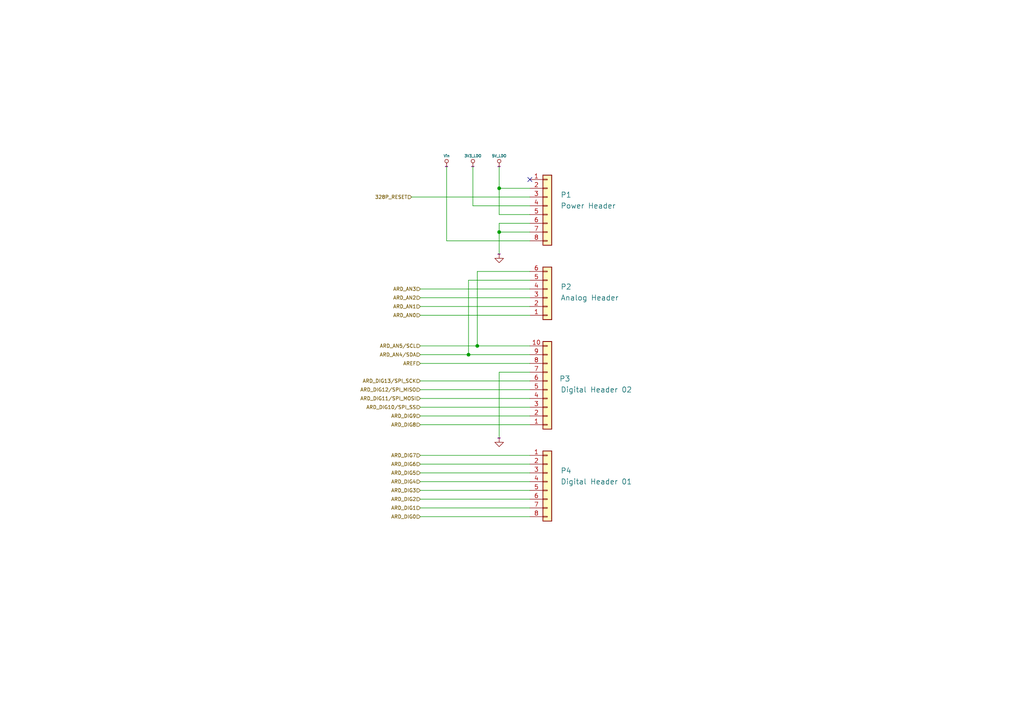
<source format=kicad_sch>
(kicad_sch (version 20230121) (generator eeschema)
  (paper "A4")
  (title_block (title "Arduino UNO R3 Clone") (date "2021-08-06") (rev "1") (company "Rheingold Heavy") (comment 1 "Based on the Arduino UNO R3 From arduino.cc"))
  (lib_symbols
    (symbol "Arduino_Uno_R3_From_Scratch:3V3_LDO" (power) (pin_names (offset 0))
      (property "Value" "3V3_LDO" (at 0 3.048 0))
      (symbol "3V3_LDO_0_0"
        (pin power_in line (at 0 0 90) (length 0) hide (name "3V3_LDO") (number "1"))
      )
      (symbol "3V3_LDO_0_1"
        (polyline (pts (xy 0 0) (xy 0 1.016) (xy 0 1.016)) (stroke (width 0.1524)))
        (circle (center 0 1.524) (radius 0.508) (stroke (width 0.1524)))
      )
    )
    (symbol "Arduino_Uno_R3_From_Scratch:5V_LDO" (power) (pin_names (offset 1.016))
      (property "Value" "5V_LDO" (at 0 3.048 0))
      (symbol "5V_LDO_0_0"
        (pin power_in line (at 0 0 90) (length 0) hide (name "5V_LDO") (number "1"))
      )
      (symbol "5V_LDO_0_1"
        (polyline (pts (xy 0 0) (xy 0 1.016)) (stroke (width 0.1524)))
        (circle (center 0 1.524) (radius 0.508) (stroke (width 0.1524)))
      )
    )
    (symbol "Arduino_Uno_R3_From_Scratch:Vin" (power) (pin_names (offset 1.016))
      (property "Value" "Vin" (at 0 3.048 0))
      (symbol "Vin_0_0"
        (pin power_in line (at 0 0 90) (length 0) hide (name "Vin") (number "1"))
      )
      (symbol "Vin_0_1"
        (polyline (pts (xy 0 0.762) (xy 0 1.016)) (stroke (width 0.1524)))
        (polyline (pts (xy 0 0) (xy 0 0.762) (xy 0 0.762) (xy 0 0.762)) (stroke (width 0.1524)))
        (circle (center 0 1.524) (radius 0.508) (stroke (width 0.1524)))
      )
    )
    (symbol "Connector_Generic:Conn_01x06" (pin_names (offset 1.016) hide)
      (property "Reference" "J" (at 0 7.62 0))
      (property "Value" "Conn_01x06" (at 0 -10.16 0))
      (symbol "Conn_01x06_1_1"
        (rectangle (start -1.27 -7.493) (end 0 -7.747) (stroke (width 0.1524)))
        (rectangle (start -1.27 -4.953) (end 0 -5.207) (stroke (width 0.1524)))
        (rectangle (start -1.27 -2.413) (end 0 -2.667) (stroke (width 0.1524)))
        (rectangle (start -1.27 0.127) (end 0 -0.127) (stroke (width 0.1524)))
        (rectangle (start -1.27 2.667) (end 0 2.413) (stroke (width 0.1524)))
        (rectangle (start -1.27 5.207) (end 0 4.953) (stroke (width 0.1524)))
        (rectangle (start -1.27 6.35) (end 1.27 -8.89) (stroke (width 0.254)) (fill (type background)))
        (pin passive line (at -5.08 5.08 0) (length 3.81) (name "Pin_1") (number "1"))
        (pin passive line (at -5.08 2.54 0) (length 3.81) (name "Pin_2") (number "2"))
        (pin passive line (at -5.08 0 0) (length 3.81) (name "Pin_3") (number "3"))
        (pin passive line (at -5.08 -2.54 0) (length 3.81) (name "Pin_4") (number "4"))
        (pin passive line (at -5.08 -5.08 0) (length 3.81) (name "Pin_5") (number "5"))
        (pin passive line (at -5.08 -7.62 0) (length 3.81) (name "Pin_6") (number "6"))
      )
    )
    (symbol "Connector_Generic:Conn_01x08" (pin_names (offset 1.016) hide)
      (property "Reference" "J" (at 0 10.16 0))
      (property "Value" "Conn_01x08" (at 0 -12.7 0))
      (symbol "Conn_01x08_1_1"
        (rectangle (start -1.27 -10.033) (end 0 -10.287) (stroke (width 0.1524)))
        (rectangle (start -1.27 -7.493) (end 0 -7.747) (stroke (width 0.1524)))
        (rectangle (start -1.27 -4.953) (end 0 -5.207) (stroke (width 0.1524)))
        (rectangle (start -1.27 -2.413) (end 0 -2.667) (stroke (width 0.1524)))
        (rectangle (start -1.27 0.127) (end 0 -0.127) (stroke (width 0.1524)))
        (rectangle (start -1.27 2.667) (end 0 2.413) (stroke (width 0.1524)))
        (rectangle (start -1.27 5.207) (end 0 4.953) (stroke (width 0.1524)))
        (rectangle (start -1.27 7.747) (end 0 7.493) (stroke (width 0.1524)))
        (rectangle (start -1.27 8.89) (end 1.27 -11.43) (stroke (width 0.254)) (fill (type background)))
        (pin passive line (at -5.08 7.62 0) (length 3.81) (name "Pin_1") (number "1"))
        (pin passive line (at -5.08 5.08 0) (length 3.81) (name "Pin_2") (number "2"))
        (pin passive line (at -5.08 2.54 0) (length 3.81) (name "Pin_3") (number "3"))
        (pin passive line (at -5.08 0 0) (length 3.81) (name "Pin_4") (number "4"))
        (pin passive line (at -5.08 -2.54 0) (length 3.81) (name "Pin_5") (number "5"))
        (pin passive line (at -5.08 -5.08 0) (length 3.81) (name "Pin_6") (number "6"))
        (pin passive line (at -5.08 -7.62 0) (length 3.81) (name "Pin_7") (number "7"))
        (pin passive line (at -5.08 -10.16 0) (length 3.81) (name "Pin_8") (number "8"))
      )
    )
    (symbol "Connector_Generic:Conn_01x10" (pin_names (offset 1.016) hide)
      (property "Reference" "J" (at 0 12.7 0))
      (property "Value" "Conn_01x10" (at 0 -15.24 0))
      (symbol "Conn_01x10_1_1"
        (rectangle (start -1.27 -12.573) (end 0 -12.827) (stroke (width 0.1524)))
        (rectangle (start -1.27 -10.033) (end 0 -10.287) (stroke (width 0.1524)))
        (rectangle (start -1.27 -7.493) (end 0 -7.747) (stroke (width 0.1524)))
        (rectangle (start -1.27 -4.953) (end 0 -5.207) (stroke (width 0.1524)))
        (rectangle (start -1.27 -2.413) (end 0 -2.667) (stroke (width 0.1524)))
        (rectangle (start -1.27 0.127) (end 0 -0.127) (stroke (width 0.1524)))
        (rectangle (start -1.27 2.667) (end 0 2.413) (stroke (width 0.1524)))
        (rectangle (start -1.27 5.207) (end 0 4.953) (stroke (width 0.1524)))
        (rectangle (start -1.27 7.747) (end 0 7.493) (stroke (width 0.1524)))
        (rectangle (start -1.27 10.287) (end 0 10.033) (stroke (width 0.1524)))
        (rectangle (start -1.27 11.43) (end 1.27 -13.97) (stroke (width 0.254)) (fill (type background)))
        (pin passive line (at -5.08 10.16 0) (length 3.81) (name "Pin_1") (number "1"))
        (pin passive line (at -5.08 -12.7 0) (length 3.81) (name "Pin_10") (number "10"))
        (pin passive line (at -5.08 7.62 0) (length 3.81) (name "Pin_2") (number "2"))
        (pin passive line (at -5.08 5.08 0) (length 3.81) (name "Pin_3") (number "3"))
        (pin passive line (at -5.08 2.54 0) (length 3.81) (name "Pin_4") (number "4"))
        (pin passive line (at -5.08 0 0) (length 3.81) (name "Pin_5") (number "5"))
        (pin passive line (at -5.08 -2.54 0) (length 3.81) (name "Pin_6") (number "6"))
        (pin passive line (at -5.08 -5.08 0) (length 3.81) (name "Pin_7") (number "7"))
        (pin passive line (at -5.08 -7.62 0) (length 3.81) (name "Pin_8") (number "8"))
        (pin passive line (at -5.08 -10.16 0) (length 3.81) (name "Pin_9") (number "9"))
      )
    )
    (symbol "power:GND" (power) (pin_names (offset 0))
      (property "Value" "GND" (at 0 -3.81 0))
      (symbol "GND_0_1"
        (polyline (pts (xy 0 0) (xy 0 -1.27) (xy 1.27 -1.27) (xy 0 -2.54) (xy -1.27 -1.27) (xy 0 -1.27)))
      )
      (symbol "GND_1_1"
        (pin power_in line (at 0 0 270) (length 0) hide (name "GND") (number "1"))
      )
    )
  )
  (junction (at 135.89 102.87))
  (junction (at 144.78 54.61))
  (junction (at 144.78 67.31))
  (junction (at 138.43 100.33))
  (no_connect (at 153.67 52.07))
  (wire (pts (xy 144.78 64.77) (xy 144.78 67.31)))
  (wire (pts (xy 121.92 100.33) (xy 138.43 100.33)))
  (wire (pts (xy 121.92 149.86) (xy 153.67 149.86)))
  (wire (pts (xy 144.78 127) (xy 144.78 107.95)))
  (wire (pts (xy 153.67 67.31) (xy 144.78 67.31)))
  (wire (pts (xy 135.89 81.28) (xy 135.89 102.87)))
  (wire (pts (xy 153.67 57.15) (xy 119.38 57.15)))
  (wire (pts (xy 137.16 59.69) (xy 137.16 48.26)))
  (wire (pts (xy 121.92 123.19) (xy 153.67 123.19)))
  (wire (pts (xy 121.92 115.57) (xy 153.67 115.57)))
  (wire (pts (xy 153.67 64.77) (xy 144.78 64.77)))
  (wire (pts (xy 121.92 139.7) (xy 153.67 139.7)))
  (wire (pts (xy 153.67 78.74) (xy 138.43 78.74)))
  (wire (pts (xy 153.67 132.08) (xy 121.92 132.08)))
  (wire (pts (xy 121.92 118.11) (xy 153.67 118.11)))
  (wire (pts (xy 153.67 81.28) (xy 135.89 81.28)))
  (wire (pts (xy 153.67 110.49) (xy 121.92 110.49)))
  (wire (pts (xy 121.92 102.87) (xy 135.89 102.87)))
  (wire (pts (xy 153.67 83.82) (xy 121.92 83.82)))
  (wire (pts (xy 138.43 78.74) (xy 138.43 100.33)))
  (wire (pts (xy 144.78 62.23) (xy 153.67 62.23)))
  (wire (pts (xy 144.78 67.31) (xy 144.78 73.66)))
  (wire (pts (xy 138.43 100.33) (xy 153.67 100.33)))
  (wire (pts (xy 121.92 113.03) (xy 153.67 113.03)))
  (wire (pts (xy 121.92 91.44) (xy 153.67 91.44)))
  (wire (pts (xy 121.92 86.36) (xy 153.67 86.36)))
  (wire (pts (xy 129.54 69.85) (xy 153.67 69.85)))
  (wire (pts (xy 153.67 137.16) (xy 121.92 137.16)))
  (wire (pts (xy 129.54 69.85) (xy 129.54 48.26)))
  (wire (pts (xy 144.78 48.26) (xy 144.78 54.61)))
  (wire (pts (xy 153.67 142.24) (xy 121.92 142.24)))
  (wire (pts (xy 121.92 105.41) (xy 153.67 105.41)))
  (wire (pts (xy 153.67 147.32) (xy 121.92 147.32)))
  (wire (pts (xy 153.67 54.61) (xy 144.78 54.61)))
  (wire (pts (xy 121.92 134.62) (xy 153.67 134.62)))
  (wire (pts (xy 135.89 102.87) (xy 153.67 102.87)))
  (wire (pts (xy 121.92 120.65) (xy 153.67 120.65)))
  (wire (pts (xy 144.78 107.95) (xy 153.67 107.95)))
  (wire (pts (xy 121.92 144.78) (xy 153.67 144.78)))
  (wire (pts (xy 144.78 54.61) (xy 144.78 62.23)))
  (wire (pts (xy 153.67 59.69) (xy 137.16 59.69)))
  (wire (pts (xy 153.67 88.9) (xy 121.92 88.9)))
  (hierarchical_label "ARD_DIG11/SPI_MOSI" (shape input) (at 121.92 115.57 180) (effects (font (size 1.016 1.016))))
  (hierarchical_label "ARD_DIG1" (shape input) (at 121.92 147.32 180) (effects (font (size 1.016 1.016))))
  (hierarchical_label "ARD_DIG6" (shape input) (at 121.92 134.62 180) (effects (font (size 1.016 1.016))))
  (hierarchical_label "ARD_DIG12/SPI_MISO" (shape input) (at 121.92 113.03 180) (effects (font (size 1.016 1.016))))
  (hierarchical_label "ARD_DIG5" (shape input) (at 121.92 137.16 180) (effects (font (size 1.016 1.016))))
  (hierarchical_label "ARD_AN5/SCL" (shape input) (at 121.92 100.33 180) (effects (font (size 1.016 1.016))))
  (hierarchical_label "ARD_DIG9" (shape input) (at 121.92 120.65 180) (effects (font (size 1.016 1.016))))
  (hierarchical_label "ARD_AN0" (shape input) (at 121.92 91.44 180) (effects (font (size 1.016 1.016))))
  (hierarchical_label "ARD_DIG8" (shape input) (at 121.92 123.19 180) (effects (font (size 1.016 1.016))))
  (hierarchical_label "AREF" (shape input) (at 121.92 105.41 180) (effects (font (size 1.016 1.016))))
  (hierarchical_label "ARD_DIG10/SPI_SS" (shape input) (at 121.92 118.11 180) (effects (font (size 1.016 1.016))))
  (hierarchical_label "ARD_AN4/SDA" (shape input) (at 121.92 102.87 180) (effects (font (size 1.016 1.016))))
  (hierarchical_label "ARD_DIG7" (shape input) (at 121.92 132.08 180) (effects (font (size 1.016 1.016))))
  (hierarchical_label "ARD_AN1" (shape input) (at 121.92 88.9 180) (effects (font (size 1.016 1.016))))
  (hierarchical_label "ARD_DIG4" (shape input) (at 121.92 139.7 180) (effects (font (size 1.016 1.016))))
  (hierarchical_label "ARD_DIG2" (shape input) (at 121.92 144.78 180) (effects (font (size 1.016 1.016))))
  (hierarchical_label "ARD_DIG0" (shape input) (at 121.92 149.86 180) (effects (font (size 1.016 1.016))))
  (hierarchical_label "ARD_DIG3" (shape input) (at 121.92 142.24 180) (effects (font (size 1.016 1.016))))
  (hierarchical_label "ARD_AN2" (shape input) (at 121.92 86.36 180) (effects (font (size 1.016 1.016))))
  (hierarchical_label "ARD_DIG13/SPI_SCK" (shape input) (at 121.92 110.49 180) (effects (font (size 1.016 1.016))))
  (hierarchical_label "328P_RESET" (shape input) (at 119.38 57.15 180) (effects (font (size 1.016 1.016))))
  (hierarchical_label "ARD_AN3" (shape input) (at 121.92 83.82 180) (effects (font (size 1.016 1.016))))
  (symbol (lib_id "Connector_Generic:Conn_01x08") (at 158.75 59.69 0) (unit 1)
    (property "Reference" "P1" (at 162.56 56.515 0) (effects (font (size 1.524 1.524)) (justify left)))
    (property "Value" "Power Header" (at 162.56 59.69 0) (effects (font (size 1.524 1.524)) (justify left)))
    (property "Footprint" "Connector_PinSocket_2.54mm:PinSocket_1x08_P2.54mm_Vertical" (effects hide))
    (property "Datasheet" "http://sullinscorp.com/catalogs/101_PAGE114-115_.100_FEMALE_HDR.pdf" (effects hide))
    (property "Characteristics" "Connector Header 8 Position 0.100\" (2.54mm) Gold Surface Mount" (effects hide))
    (property "Description" "Shield Header 8POS - PWR" (effects hide))
    (property "MFN" "Sullins Connector" (effects hide))
    (property "Package ID" "SMD" (effects hide))
    (property "Source" "ANY" (effects hide))
    (property "Critical" "N" (effects hide))
    (property "Subsystem" "Shield_Headers" (effects hide))
    (property "MPN" "NPPC081KFXC-RC" (effects hide))
  )
  (symbol (lib_id "Connector_Generic:Conn_01x10") (at 158.75 113.03 0) (mirror x) (unit 1)
    (property "Reference" "P3" (at 163.83 109.855 0) (effects (font (size 1.524 1.524))))
    (property "Value" "Digital Header 02" (at 162.56 113.03 0) (effects (font (size 1.524 1.524)) (justify left)))
    (property "Footprint" "Connector_PinSocket_2.54mm:PinSocket_1x10_P2.54mm_Vertical" (effects hide))
    (property "Datasheet" "http://sullinscorp.com/catalogs/101_PAGE114-115_.100_FEMALE_HDR.pdf" (effects hide))
    (property "Characteristics" "Connector Header 10 Position 0.100\" (2.54mm) Gold Surface Mount" (effects hide))
    (property "Description" "Shield Header 10POS - DIG02" (effects hide))
    (property "MFN" "Sullins Connector" (effects hide))
    (property "Package ID" "SMD" (effects hide))
    (property "Source" "ANY" (effects hide))
    (property "Critical" "N" (effects hide))
    (property "Subsystem" "Shield_Headers" (effects hide))
    (property "MPN" "NPPC101KFXC-RC" (effects hide))
  )
  (symbol (lib_id "Connector_Generic:Conn_01x06") (at 158.75 86.36 0) (mirror x) (unit 1)
    (property "Reference" "P2" (at 162.56 83.185 0) (effects (font (size 1.524 1.524)) (justify left)))
    (property "Value" "Analog Header" (at 162.56 86.36 0) (effects (font (size 1.524 1.524)) (justify left)))
    (property "Footprint" "Connector_PinSocket_2.54mm:PinSocket_1x06_P2.54mm_Vertical" (effects hide))
    (property "Datasheet" "http://sullinscorp.com/catalogs/101_PAGE114-115_.100_FEMALE_HDR.pdf" (effects hide))
    (property "Characteristics" "Connector Header 6 Position 0.100\" (2.54mm) Gold Surface Mount" (effects hide))
    (property "Description" "Shield Header 6POS - ANLG" (effects hide))
    (property "MFN" "Sullins Connector" (effects hide))
    (property "Package ID" "SMD" (effects hide))
    (property "Source" "ANY" (effects hide))
    (property "Critical" "N" (effects hide))
    (property "Subsystem" "Shield_Headers" (effects hide))
    (property "MPN" "NPPC061KFXC-RC" (effects hide))
  )
  (symbol (lib_id "Arduino_Uno_R3_From_Scratch:5V_LDO") (at 144.78 48.26 0) (unit 1)
    (property "Reference" "#PWR035" (effects hide))
    (property "Value" "5V_LDO" (at 144.78 45.212 0) (effects (font (size 0.762 0.762))))
    (property "Footprint" "~" (at 144.78 48.26 0) (effects (font (size 1.524 1.524))))
    (property "Datasheet" "~" (at 144.78 48.26 0) (effects (font (size 1.524 1.524))))
  )
  (symbol (lib_id "Arduino_Uno_R3_From_Scratch:3V3_LDO") (at 137.16 48.26 0) (unit 1)
    (property "Reference" "#PWR036" (effects hide))
    (property "Value" "3V3_LDO" (at 137.16 45.212 0) (effects (font (size 0.762 0.762))))
    (property "Footprint" "~" (at 137.16 48.26 0) (effects (font (size 1.524 1.524))))
    (property "Datasheet" "~" (at 137.16 48.26 0) (effects (font (size 1.524 1.524))))
  )
  (symbol (lib_id "Arduino_Uno_R3_From_Scratch:Vin") (at 129.54 48.26 0) (unit 1)
    (property "Reference" "#PWR037" (effects hide))
    (property "Value" "VIN" (at 129.54 45.212 0) (effects (font (size 0.762 0.762))))
    (property "Footprint" "~" (at 129.54 48.26 0) (effects (font (size 1.524 1.524))))
    (property "Datasheet" "~" (at 129.54 48.26 0) (effects (font (size 1.524 1.524))))
  )
  (symbol (lib_id "power:GND") (at 144.78 73.66 0) (unit 1)
    (property "Reference" "#PWR038" (effects hide))
    (property "Value" "GND" (effects hide))
    (property "Footprint" "~" (at 144.78 73.66 0) (effects (font (size 1.524 1.524))))
    (property "Datasheet" "~" (at 144.78 73.66 0) (effects (font (size 1.524 1.524))))
    (property "Source" "ANY" (effects hide))
    (property "Critical" "N" (effects hide))
  )
  (symbol (lib_id "Connector_Generic:Conn_01x08") (at 158.75 139.7 0) (unit 1)
    (property "Reference" "P4" (at 162.56 136.525 0) (effects (font (size 1.524 1.524)) (justify left)))
    (property "Value" "Digital Header 01" (at 162.56 139.7 0) (effects (font (size 1.524 1.524)) (justify left)))
    (property "Footprint" "Connector_PinSocket_2.54mm:PinSocket_1x08_P2.54mm_Vertical" (effects hide))
    (property "Datasheet" "http://sullinscorp.com/catalogs/101_PAGE114-115_.100_FEMALE_HDR.pdf" (effects hide))
    (property "Characteristics" "Connector Header 8 Position 0.100\" (2.54mm) Gold Surface Mount" (effects hide))
    (property "Description" "Shield Header 8POS - DIG01" (effects hide))
    (property "MFN" "Sullins Connector" (effects hide))
    (property "Package ID" "SMD" (effects hide))
    (property "Source" "ANY" (effects hide))
    (property "Critical" "N" (effects hide))
    (property "Subsystem" "Shield_Headers" (effects hide))
    (property "MPN" "NPPC081KFXC-RC" (effects hide))
  )
  (symbol (lib_id "power:GND") (at 144.78 127 0) (unit 1)
    (property "Reference" "#PWR039" (effects hide))
    (property "Value" "GND" (effects hide))
    (property "Footprint" "~" (at 144.78 127 0) (effects (font (size 1.524 1.524))))
    (property "Datasheet" "~" (at 144.78 127 0) (effects (font (size 1.524 1.524))))
    (property "Source" "ANY" (effects hide))
    (property "Critical" "N" (effects hide))
  )
)
</source>
